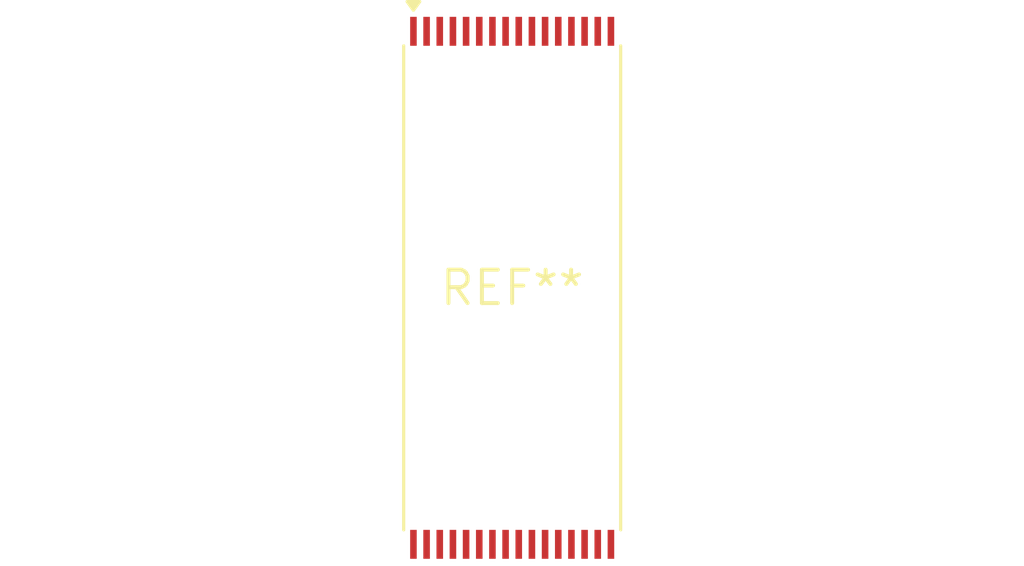
<source format=kicad_pcb>
(kicad_pcb (version 20240108) (generator pcbnew)
  (layers (0 "F.Cu" signal) (31 "B.Cu" signal) (34 "B.Paste" user) (35 "F.Paste" user) (36 "B.SilkS" user "B.Silkscreen") (37 "F.SilkS" user "F.Silkscreen") (38 "B.Mask" user) (39 "F.Mask" user) (44 "Edge.Cuts" user))
  (net 0 "")
  (footprint "TSOP-I-32_18.4x8mm_P0.5mm_Reverse" (layer "F.Cu") (at 0 0)
    (property "Reference" "REF**")
    (property "Value" "TSOP-I-32_18.4x8mm_P0.5mm_Reverse")
    (fp_line (start -4.12 9.2) (end -4.12 -9.2) (layer "F.SilkS") (stroke (width 0.12)))
    (fp_line (start 4.12 9.2) (end 4.12 -9.2) (layer "F.SilkS") (stroke (width 0.12)))
    (fp_poly (pts (xy -3.75 -10.55) (xy -3.51 -10.88) (xy -3.99 -10.88) (xy -3.75 -10.55)) (layer "F.SilkS") (stroke (width 0.12)) (fill solid))
    (pad "1" smd rect (at -3.75 -9.75) (size 0.25 1.1) (layers "F.Cu" "F.Paste" "F.Mask"))
    (pad "2" smd rect (at -3.25 -9.75) (size 0.25 1.1) (layers "F.Cu" "F.Paste" "F.Mask"))
    (pad "3" smd rect (at -2.75 -9.75) (size 0.25 1.1) (layers "F.Cu" "F.Paste" "F.Mask"))
    (pad "4" smd rect (at -2.25 -9.75) (size 0.25 1.1) (layers "F.Cu" "F.Paste" "F.Mask"))
    (pad "5" smd rect (at -1.75 -9.75) (size 0.25 1.1) (layers "F.Cu" "F.Paste" "F.Mask"))
    (pad "6" smd rect (at -1.25 -9.75) (size 0.25 1.1) (layers "F.Cu" "F.Paste" "F.Mask"))
    (pad "7" smd rect (at -0.75 -9.75) (size 0.25 1.1) (layers "F.Cu" "F.Paste" "F.Mask"))
    (pad "8" smd rect (at -0.25 -9.75) (size 0.25 1.1) (layers "F.Cu" "F.Paste" "F.Mask"))
    (pad "9" smd rect (at 0.25 -9.75) (size 0.25 1.1) (layers "F.Cu" "F.Paste" "F.Mask"))
    (pad "10" smd rect (at 0.75 -9.75) (size 0.25 1.1) (layers "F.Cu" "F.Paste" "F.Mask"))
    (pad "11" smd rect (at 1.25 -9.75) (size 0.25 1.1) (layers "F.Cu" "F.Paste" "F.Mask"))
    (pad "12" smd rect (at 1.75 -9.75) (size 0.25 1.1) (layers "F.Cu" "F.Paste" "F.Mask"))
    (pad "13" smd rect (at 2.25 -9.75) (size 0.25 1.1) (layers "F.Cu" "F.Paste" "F.Mask"))
    (pad "14" smd rect (at 2.75 -9.75) (size 0.25 1.1) (layers "F.Cu" "F.Paste" "F.Mask"))
    (pad "15" smd rect (at 3.25 -9.75) (size 0.25 1.1) (layers "F.Cu" "F.Paste" "F.Mask"))
    (pad "16" smd rect (at 3.75 -9.75) (size 0.25 1.1) (layers "F.Cu" "F.Paste" "F.Mask"))
    (pad "17" smd rect (at 3.75 9.75) (size 0.25 1.1) (layers "F.Cu" "F.Paste" "F.Mask"))
    (pad "18" smd rect (at 3.25 9.75) (size 0.25 1.1) (layers "F.Cu" "F.Paste" "F.Mask"))
    (pad "19" smd rect (at 2.75 9.75) (size 0.25 1.1) (layers "F.Cu" "F.Paste" "F.Mask"))
    (pad "20" smd rect (at 2.25 9.75) (size 0.25 1.1) (layers "F.Cu" "F.Paste" "F.Mask"))
    (pad "21" smd rect (at 1.75 9.75) (size 0.25 1.1) (layers "F.Cu" "F.Paste" "F.Mask"))
    (pad "22" smd rect (at 1.25 9.75) (size 0.25 1.1) (layers "F.Cu" "F.Paste" "F.Mask"))
    (pad "23" smd rect (at 0.75 9.75) (size 0.25 1.1) (layers "F.Cu" "F.Paste" "F.Mask"))
    (pad "24" smd rect (at 0.25 9.75) (size 0.25 1.1) (layers "F.Cu" "F.Paste" "F.Mask"))
    (pad "25" smd rect (at -0.25 9.75) (size 0.25 1.1) (layers "F.Cu" "F.Paste" "F.Mask"))
    (pad "26" smd rect (at -0.75 9.75) (size 0.25 1.1) (layers "F.Cu" "F.Paste" "F.Mask"))
    (pad "27" smd rect (at -1.25 9.75) (size 0.25 1.1) (layers "F.Cu" "F.Paste" "F.Mask"))
    (pad "28" smd rect (at -1.75 9.75) (size 0.25 1.1) (layers "F.Cu" "F.Paste" "F.Mask"))
    (pad "29" smd rect (at -2.25 9.75) (size 0.25 1.1) (layers "F.Cu" "F.Paste" "F.Mask"))
    (pad "30" smd rect (at -2.75 9.75) (size 0.25 1.1) (layers "F.Cu" "F.Paste" "F.Mask"))
    (pad "31" smd rect (at -3.25 9.75) (size 0.25 1.1) (layers "F.Cu" "F.Paste" "F.Mask"))
    (pad "32" smd rect (at -3.75 9.75) (size 0.25 1.1) (layers "F.Cu" "F.Paste" "F.Mask"))
  )
)
</source>
